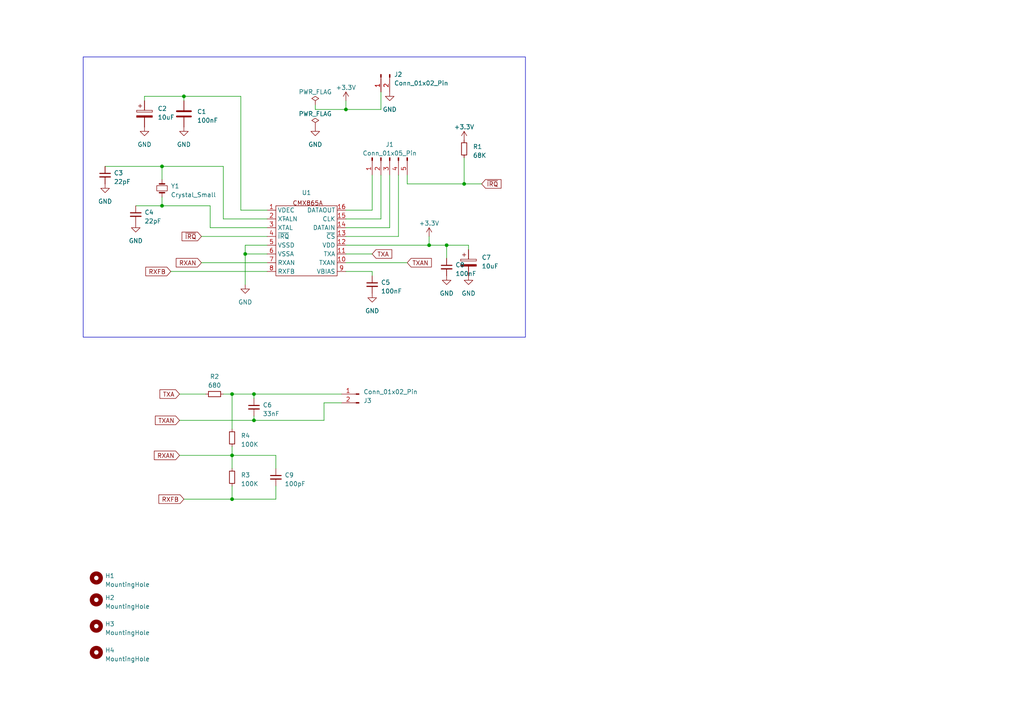
<source format=kicad_sch>
(kicad_sch (version 20230121) (generator eeschema)
  (paper "A4")
  (title_block (title "V103 Modem Board") (date "18-June-2023") (rev "V1") (company "Bruce MacKinnon"))
  (lib_symbols
    (symbol "Connector:Conn_01x02_Pin" (pin_names (offset 1.016) hide)
      (property "Reference" "J" (at 0 2.54 0))
      (property "Value" "Conn_01x02_Pin" (at 0 -5.08 0))
      (symbol "Conn_01x02_Pin_1_1"
        (polyline (pts (xy 1.27 -2.54) (xy 0.8636 -2.54)) (stroke (width 0.1524)))
        (polyline (pts (xy 1.27 0) (xy 0.8636 0)) (stroke (width 0.1524)))
        (rectangle (start 0.8636 -2.413) (end 0 -2.667) (stroke (width 0.1524)) (fill (type outline)))
        (rectangle (start 0.8636 0.127) (end 0 -0.127) (stroke (width 0.1524)) (fill (type outline)))
        (pin passive line (at 5.08 0 180) (length 3.81) (name "Pin_1") (number "1"))
        (pin passive line (at 5.08 -2.54 180) (length 3.81) (name "Pin_2") (number "2"))
      )
    )
    (symbol "Connector:Conn_01x05_Pin" (pin_names (offset 1.016) hide)
      (property "Reference" "J" (at 0 7.62 0))
      (property "Value" "Conn_01x05_Pin" (at 0 -7.62 0))
      (symbol "Conn_01x05_Pin_1_1"
        (polyline (pts (xy 1.27 -5.08) (xy 0.8636 -5.08)) (stroke (width 0.1524)))
        (polyline (pts (xy 1.27 -2.54) (xy 0.8636 -2.54)) (stroke (width 0.1524)))
        (polyline (pts (xy 1.27 0) (xy 0.8636 0)) (stroke (width 0.1524)))
        (polyline (pts (xy 1.27 2.54) (xy 0.8636 2.54)) (stroke (width 0.1524)))
        (polyline (pts (xy 1.27 5.08) (xy 0.8636 5.08)) (stroke (width 0.1524)))
        (rectangle (start 0.8636 -4.953) (end 0 -5.207) (stroke (width 0.1524)) (fill (type outline)))
        (rectangle (start 0.8636 -2.413) (end 0 -2.667) (stroke (width 0.1524)) (fill (type outline)))
        (rectangle (start 0.8636 0.127) (end 0 -0.127) (stroke (width 0.1524)) (fill (type outline)))
        (rectangle (start 0.8636 2.667) (end 0 2.413) (stroke (width 0.1524)) (fill (type outline)))
        (rectangle (start 0.8636 5.207) (end 0 4.953) (stroke (width 0.1524)) (fill (type outline)))
        (pin passive line (at 5.08 5.08 180) (length 3.81) (name "Pin_1") (number "1"))
        (pin passive line (at 5.08 2.54 180) (length 3.81) (name "Pin_2") (number "2"))
        (pin passive line (at 5.08 0 180) (length 3.81) (name "Pin_3") (number "3"))
        (pin passive line (at 5.08 -2.54 180) (length 3.81) (name "Pin_4") (number "4"))
        (pin passive line (at 5.08 -5.08 180) (length 3.81) (name "Pin_5") (number "5"))
      )
    )
    (symbol "Device:C" (pin_numbers hide) (pin_names (offset 0.254))
      (property "Reference" "C" (at 0.635 2.54 0))
      (property "Value" "C" (at 0.635 -2.54 0))
      (symbol "C_0_1"
        (polyline (pts (xy -2.032 -0.762) (xy 2.032 -0.762)) (stroke (width 0.508)))
        (polyline (pts (xy -2.032 0.762) (xy 2.032 0.762)) (stroke (width 0.508)))
      )
      (symbol "C_1_1"
        (pin passive line (at 0 3.81 270) (length 2.794) (name "~") (number "1"))
        (pin passive line (at 0 -3.81 90) (length 2.794) (name "~") (number "2"))
      )
    )
    (symbol "Device:C_Polarized" (pin_numbers hide) (pin_names (offset 0.254))
      (property "Reference" "C" (at 0.635 2.54 0))
      (property "Value" "C_Polarized" (at 0.635 -2.54 0))
      (symbol "C_Polarized_0_1"
        (rectangle (start -2.286 0.508) (end 2.286 1.016))
        (polyline (pts (xy -1.778 2.286) (xy -0.762 2.286)))
        (polyline (pts (xy -1.27 2.794) (xy -1.27 1.778)))
        (rectangle (start 2.286 -0.508) (end -2.286 -1.016) (fill (type outline)))
      )
      (symbol "C_Polarized_1_1"
        (pin passive line (at 0 3.81 270) (length 2.794) (name "~") (number "1"))
        (pin passive line (at 0 -3.81 90) (length 2.794) (name "~") (number "2"))
      )
    )
    (symbol "Device:C_Small" (pin_numbers hide) (pin_names (offset 0.254) hide)
      (property "Reference" "C" (at 0.254 1.778 0))
      (property "Value" "C_Small" (at 0.254 -2.032 0))
      (symbol "C_Small_0_1"
        (polyline (pts (xy -1.524 -0.508) (xy 1.524 -0.508)) (stroke (width 0.3302)))
        (polyline (pts (xy -1.524 0.508) (xy 1.524 0.508)) (stroke (width 0.3048)))
      )
      (symbol "C_Small_1_1"
        (pin passive line (at 0 2.54 270) (length 2.032) (name "~") (number "1"))
        (pin passive line (at 0 -2.54 90) (length 2.032) (name "~") (number "2"))
      )
    )
    (symbol "Device:Crystal_Small" (pin_numbers hide) (pin_names (offset 1.016) hide)
      (property "Reference" "Y" (at 0 2.54 0))
      (property "Value" "Crystal_Small" (at 0 -2.54 0))
      (symbol "Crystal_Small_0_1"
        (rectangle (start -0.762 -1.524) (end 0.762 1.524))
        (polyline (pts (xy -1.27 -0.762) (xy -1.27 0.762)) (stroke (width 0.381)))
        (polyline (pts (xy 1.27 -0.762) (xy 1.27 0.762)) (stroke (width 0.381)))
      )
      (symbol "Crystal_Small_1_1"
        (pin passive line (at -2.54 0 0) (length 1.27) (name "1") (number "1"))
        (pin passive line (at 2.54 0 180) (length 1.27) (name "2") (number "2"))
      )
    )
    (symbol "Device:R_Small" (pin_numbers hide) (pin_names (offset 0.254) hide)
      (property "Reference" "R" (at 0.762 0.508 0))
      (property "Value" "R_Small" (at 0.762 -1.016 0))
      (symbol "R_Small_0_1"
        (rectangle (start -0.762 1.778) (end 0.762 -1.778) (stroke (width 0.2032)))
      )
      (symbol "R_Small_1_1"
        (pin passive line (at 0 2.54 270) (length 0.762) (name "~") (number "1"))
        (pin passive line (at 0 -2.54 90) (length 0.762) (name "~") (number "2"))
      )
    )
    (symbol "Mechanical:MountingHole" (pin_names (offset 1.016))
      (property "Reference" "H" (at 0 5.08 0))
      (property "Value" "MountingHole" (at 0 3.175 0))
      (symbol "MountingHole_0_1"
        (circle (center 0 0) (radius 1.27) (stroke (width 1.27)))
      )
    )
    (symbol "kicad-symbol-library:CMX865A"
      (property "Reference" "U" (at -1.27 -11.43 0))
      (symbol "CMX865A_0_0"
        (text_box "CMX865A" (at -5.08 12.7 0) (size 7.62 -2.54) (stroke (width -0.0001)) (effects (font (size 1.27 1.27)) (justify left top)))
      )
      (symbol "CMX865A_0_1"
        (rectangle (start -8.89 10.16) (end 8.89 -10.16))
      )
      (symbol "CMX865A_1_1"
        (pin input line (at -11.43 8.89 0) (length 2.54) (name "VDEC") (number "1"))
        (pin input line (at 11.43 -6.35 180) (length 2.54) (name "TXAN") (number "10"))
        (pin input line (at 11.43 -3.81 180) (length 2.54) (name "TXA") (number "11"))
        (pin power_in line (at 11.43 -1.27 180) (length 2.54) (name "VDD") (number "12"))
        (pin input line (at 11.43 1.27 180) (length 2.54) (name "~{CS}") (number "13"))
        (pin input line (at 11.43 3.81 180) (length 2.54) (name "DATAIN") (number "14"))
        (pin input line (at 11.43 6.35 180) (length 2.54) (name "CLK") (number "15"))
        (pin output line (at 11.43 8.89 180) (length 2.54) (name "DATAOUT") (number "16"))
        (pin input line (at -11.43 6.35 0) (length 2.54) (name "XTALN") (number "2"))
        (pin input line (at -11.43 3.81 0) (length 2.54) (name "XTAL") (number "3"))
        (pin input line (at -11.43 1.27 0) (length 2.54) (name "~{IRQ}") (number "4"))
        (pin power_in line (at -11.43 -1.27 0) (length 2.54) (name "VSSD") (number "5"))
        (pin power_in line (at -11.43 -3.81 0) (length 2.54) (name "VSSA") (number "6"))
        (pin input line (at -11.43 -6.35 0) (length 2.54) (name "RXAN") (number "7"))
        (pin output line (at -11.43 -8.89 0) (length 2.54) (name "RXFB") (number "8"))
        (pin input line (at 11.43 -8.89 180) (length 2.54) (name "VBIAS") (number "9"))
      )
    )
    (symbol "power:+3.3V" (power) (pin_names (offset 0))
      (property "Value" "+3.3V" (at 0 3.556 0))
      (symbol "+3.3V_0_1"
        (polyline (pts (xy -0.762 1.27) (xy 0 2.54)))
        (polyline (pts (xy 0 0) (xy 0 2.54)))
        (polyline (pts (xy 0 2.54) (xy 0.762 1.27)))
      )
      (symbol "+3.3V_1_1"
        (pin power_in line (at 0 0 90) (length 0) hide (name "+3.3V") (number "1"))
      )
    )
    (symbol "power:GND" (power) (pin_names (offset 0))
      (property "Value" "GND" (at 0 -3.81 0))
      (symbol "GND_0_1"
        (polyline (pts (xy 0 0) (xy 0 -1.27) (xy 1.27 -1.27) (xy 0 -2.54) (xy -1.27 -1.27) (xy 0 -1.27)))
      )
      (symbol "GND_1_1"
        (pin power_in line (at 0 0 270) (length 0) hide (name "GND") (number "1"))
      )
    )
    (symbol "power:PWR_FLAG" (power) (pin_numbers hide) (pin_names (offset 0) hide)
      (property "Value" "PWR_FLAG" (at 0 3.81 0))
      (symbol "PWR_FLAG_0_0"
        (pin power_out line (at 0 0 90) (length 0) (name "pwr") (number "1"))
      )
      (symbol "PWR_FLAG_0_1"
        (polyline (pts (xy 0 0) (xy 0 1.27) (xy -1.016 1.905) (xy 0 2.54) (xy 1.016 1.905) (xy 0 1.27)))
      )
    )
  )
  (junction (at 73.66 121.92))
  (junction (at 129.54 71.12))
  (junction (at 100.33 31.75))
  (junction (at 67.31 144.78))
  (junction (at 124.46 71.12))
  (junction (at 46.99 59.69))
  (junction (at 134.62 53.34))
  (junction (at 71.12 73.66))
  (junction (at 46.99 48.26))
  (junction (at 67.31 132.08))
  (junction (at 73.66 114.3))
  (junction (at 53.34 27.94))
  (junction (at 67.31 114.3))
  (wire (pts (xy 67.31 144.78) (xy 80.01 144.78)))
  (wire (pts (xy 52.07 132.08) (xy 67.31 132.08)))
  (wire (pts (xy 52.07 114.3) (xy 59.69 114.3)))
  (wire (pts (xy 118.11 53.34) (xy 134.62 53.34)))
  (wire (pts (xy 67.31 129.54) (xy 67.31 132.08)))
  (wire (pts (xy 60.96 59.69) (xy 60.96 66.04)))
  (wire (pts (xy 91.44 30.48) (xy 91.44 31.75)))
  (wire (pts (xy 100.33 78.74) (xy 107.95 78.74)))
  (wire (pts (xy 71.12 73.66) (xy 77.47 73.66)))
  (wire (pts (xy 53.34 144.78) (xy 67.31 144.78)))
  (wire (pts (xy 53.34 27.94) (xy 53.34 29.21)))
  (wire (pts (xy 100.33 68.58) (xy 115.57 68.58)))
  (wire (pts (xy 39.37 59.69) (xy 46.99 59.69)))
  (wire (pts (xy 134.62 45.72) (xy 134.62 53.34)))
  (wire (pts (xy 100.33 76.2) (xy 118.11 76.2)))
  (wire (pts (xy 110.49 63.5) (xy 110.49 50.8)))
  (wire (pts (xy 118.11 50.8) (xy 118.11 53.34)))
  (wire (pts (xy 73.66 121.92) (xy 93.98 121.92)))
  (wire (pts (xy 67.31 144.78) (xy 67.31 140.97)))
  (wire (pts (xy 100.33 63.5) (xy 110.49 63.5)))
  (wire (pts (xy 53.34 27.94) (xy 41.91 27.94)))
  (wire (pts (xy 80.01 144.78) (xy 80.01 140.97)))
  (wire (pts (xy 46.99 59.69) (xy 60.96 59.69)))
  (wire (pts (xy 64.77 48.26) (xy 64.77 63.5)))
  (wire (pts (xy 73.66 114.3) (xy 73.66 115.57)))
  (wire (pts (xy 46.99 57.15) (xy 46.99 59.69)))
  (wire (pts (xy 129.54 71.12) (xy 129.54 74.93)))
  (wire (pts (xy 71.12 71.12) (xy 71.12 73.66)))
  (wire (pts (xy 67.31 114.3) (xy 67.31 124.46)))
  (wire (pts (xy 113.03 66.04) (xy 113.03 50.8)))
  (wire (pts (xy 30.48 48.26) (xy 46.99 48.26)))
  (wire (pts (xy 110.49 31.75) (xy 110.49 26.67)))
  (wire (pts (xy 58.42 68.58) (xy 77.47 68.58)))
  (wire (pts (xy 71.12 73.66) (xy 71.12 82.55)))
  (wire (pts (xy 64.77 63.5) (xy 77.47 63.5)))
  (wire (pts (xy 77.47 71.12) (xy 71.12 71.12)))
  (wire (pts (xy 73.66 114.3) (xy 99.06 114.3)))
  (wire (pts (xy 100.33 71.12) (xy 124.46 71.12)))
  (wire (pts (xy 93.98 116.84) (xy 99.06 116.84)))
  (wire (pts (xy 60.96 66.04) (xy 77.47 66.04)))
  (wire (pts (xy 129.54 71.12) (xy 135.89 71.12)))
  (wire (pts (xy 107.95 50.8) (xy 107.95 60.96)))
  (wire (pts (xy 64.77 114.3) (xy 67.31 114.3)))
  (wire (pts (xy 100.33 66.04) (xy 113.03 66.04)))
  (wire (pts (xy 67.31 132.08) (xy 80.01 132.08)))
  (wire (pts (xy 124.46 71.12) (xy 124.46 68.58)))
  (wire (pts (xy 100.33 60.96) (xy 107.95 60.96)))
  (wire (pts (xy 53.34 27.94) (xy 69.85 27.94)))
  (wire (pts (xy 134.62 53.34) (xy 139.7 53.34)))
  (wire (pts (xy 67.31 132.08) (xy 67.31 135.89)))
  (wire (pts (xy 100.33 31.75) (xy 110.49 31.75)))
  (wire (pts (xy 58.42 76.2) (xy 77.47 76.2)))
  (wire (pts (xy 67.31 114.3) (xy 73.66 114.3)))
  (wire (pts (xy 91.44 31.75) (xy 100.33 31.75)))
  (wire (pts (xy 41.91 27.94) (xy 41.91 29.21)))
  (wire (pts (xy 69.85 60.96) (xy 77.47 60.96)))
  (wire (pts (xy 115.57 68.58) (xy 115.57 50.8)))
  (wire (pts (xy 100.33 73.66) (xy 107.95 73.66)))
  (wire (pts (xy 52.07 121.92) (xy 73.66 121.92)))
  (wire (pts (xy 46.99 52.07) (xy 46.99 48.26)))
  (wire (pts (xy 73.66 121.92) (xy 73.66 120.65)))
  (wire (pts (xy 80.01 132.08) (xy 80.01 135.89)))
  (wire (pts (xy 46.99 48.26) (xy 64.77 48.26)))
  (wire (pts (xy 124.46 71.12) (xy 129.54 71.12)))
  (wire (pts (xy 69.85 27.94) (xy 69.85 60.96)))
  (wire (pts (xy 135.89 71.12) (xy 135.89 72.39)))
  (wire (pts (xy 100.33 29.21) (xy 100.33 31.75)))
  (wire (pts (xy 107.95 78.74) (xy 107.95 80.01)))
  (wire (pts (xy 93.98 121.92) (xy 93.98 116.84)))
  (wire (pts (xy 49.53 78.74) (xy 77.47 78.74)))
  (rectangle (start 24.13 16.51) (end 152.4 97.79))
  (global_label "RXFB" (shape input) (at 53.34 144.78 180) (property "Intersheetrefs" "${INTERSHEET_REFS}" (effects hide)))
  (global_label "TXA" (shape input) (at 107.95 73.66 0) (property "Intersheetrefs" "${INTERSHEET_REFS}" (effects hide)))
  (global_label "RXFB" (shape input) (at 49.53 78.74 180) (property "Intersheetrefs" "${INTERSHEET_REFS}" (effects hide)))
  (global_label "TXAN" (shape input) (at 118.11 76.2 0) (property "Intersheetrefs" "${INTERSHEET_REFS}" (effects hide)))
  (global_label "~{IRQ}" (shape input) (at 139.7 53.34 0) (property "Intersheetrefs" "${INTERSHEET_REFS}" (effects hide)))
  (global_label "TXAN" (shape input) (at 52.07 121.92 180) (property "Intersheetrefs" "${INTERSHEET_REFS}" (effects hide)))
  (global_label "RXAN" (shape input) (at 58.42 76.2 180) (property "Intersheetrefs" "${INTERSHEET_REFS}" (effects hide)))
  (global_label "~{IRQ}" (shape input) (at 58.42 68.58 180) (property "Intersheetrefs" "${INTERSHEET_REFS}" (effects hide)))
  (global_label "TXA" (shape input) (at 52.07 114.3 180) (property "Intersheetrefs" "${INTERSHEET_REFS}" (effects hide)))
  (global_label "RXAN" (shape input) (at 52.07 132.08 180) (property "Intersheetrefs" "${INTERSHEET_REFS}" (effects hide)))
  (symbol (lib_id "Device:R_Small") (at 67.31 138.43 0) (unit 1)
    (property "Reference" "R3" (at 69.85 137.795 0) (effects (justify left)))
    (property "Value" "100K" (at 69.85 140.335 0) (effects (justify left)))
    (property "Footprint" "Resistor_SMD:R_0805_2012Metric_Pad1.20x1.40mm_HandSolder" (effects hide))
  )
  (symbol (lib_id "Device:Crystal_Small") (at 46.99 54.61 90) (unit 1)
    (property "Reference" "Y1" (at 49.53 53.975 90) (effects (justify right)))
    (property "Value" "Crystal_Small" (at 49.53 56.515 90) (effects (justify right)))
    (property "Footprint" "Crystal:Crystal_HC49-U_Vertical" (effects hide))
  )
  (symbol (lib_id "power:GND") (at 107.95 85.09 0) (unit 1)
    (property "Reference" "#PWR06" (effects hide))
    (property "Value" "GND" (at 107.95 90.17 0))
  )
  (symbol (lib_id "Connector:Conn_01x02_Pin") (at 104.14 114.3 0) (mirror y) (unit 1)
    (property "Reference" "J3" (at 105.41 116.205 0) (effects (justify right)))
    (property "Value" "Conn_01x02_Pin" (at 105.41 113.665 0) (effects (justify right)))
    (property "Footprint" "Connector_PinHeader_2.54mm:PinHeader_1x02_P2.54mm_Vertical" (effects hide))
  )
  (symbol (lib_id "power:+3.3V") (at 100.33 29.21 0) (unit 1)
    (property "Reference" "#PWR07" (effects hide))
    (property "Value" "+3.3V" (at 100.33 25.4 0))
  )
  (symbol (lib_id "Device:C_Small") (at 129.54 77.47 0) (unit 1)
    (property "Reference" "C8" (at 132.08 76.8413 0) (effects (justify left)))
    (property "Value" "100nF" (at 132.08 79.3813 0) (effects (justify left)))
    (property "Footprint" "Capacitor_SMD:C_0805_2012Metric_Pad1.18x1.45mm_HandSolder" (effects hide))
  )
  (symbol (lib_id "Device:C_Small") (at 30.48 50.8 0) (unit 1)
    (property "Reference" "C3" (at 33.02 50.1713 0) (effects (justify left)))
    (property "Value" "22pF" (at 33.02 52.7113 0) (effects (justify left)))
    (property "Footprint" "Capacitor_SMD:C_0805_2012Metric_Pad1.18x1.45mm_HandSolder" (effects hide))
  )
  (symbol (lib_id "Device:C_Small") (at 80.01 138.43 0) (unit 1)
    (property "Reference" "C9" (at 82.55 137.8013 0) (effects (justify left)))
    (property "Value" "100pF" (at 82.55 140.3413 0) (effects (justify left)))
    (property "Footprint" "Capacitor_SMD:C_0805_2012Metric_Pad1.18x1.45mm_HandSolder" (effects hide))
  )
  (symbol (lib_id "Device:R_Small") (at 67.31 127 0) (unit 1)
    (property "Reference" "R4" (at 69.85 126.365 0) (effects (justify left)))
    (property "Value" "100K" (at 69.85 128.905 0) (effects (justify left)))
    (property "Footprint" "Resistor_SMD:R_0805_2012Metric_Pad1.20x1.40mm_HandSolder" (effects hide))
  )
  (symbol (lib_id "Mechanical:MountingHole") (at 27.94 173.99 0) (unit 1)
    (property "Reference" "H2" (at 30.48 173.355 0) (effects (justify left)))
    (property "Value" "MountingHole" (at 30.48 175.895 0) (effects (justify left)))
    (property "Footprint" "MountingHole:MountingHole_4mm" (effects hide))
  )
  (symbol (lib_id "Mechanical:MountingHole") (at 27.94 189.23 0) (unit 1)
    (property "Reference" "H4" (at 30.48 188.595 0) (effects (justify left)))
    (property "Value" "MountingHole" (at 30.48 191.135 0) (effects (justify left)))
    (property "Footprint" "MountingHole:MountingHole_4mm" (effects hide))
  )
  (symbol (lib_id "Mechanical:MountingHole") (at 27.94 181.61 0) (unit 1)
    (property "Reference" "H3" (at 30.48 180.975 0) (effects (justify left)))
    (property "Value" "MountingHole" (at 30.48 183.515 0) (effects (justify left)))
    (property "Footprint" "MountingHole:MountingHole_4mm" (effects hide))
  )
  (symbol (lib_id "Device:C_Small") (at 73.66 118.11 0) (unit 1)
    (property "Reference" "C6" (at 76.2 117.4813 0) (effects (justify left)))
    (property "Value" "33nF" (at 76.2 120.0213 0) (effects (justify left)))
    (property "Footprint" "Capacitor_SMD:C_0805_2012Metric_Pad1.18x1.45mm_HandSolder" (effects hide))
  )
  (symbol (lib_id "Connector:Conn_01x05_Pin") (at 113.03 45.72 90) (mirror x) (unit 1)
    (property "Reference" "J1" (at 113.03 41.91 90))
    (property "Value" "Conn_01x05_Pin" (at 113.03 44.45 90))
    (property "Footprint" "Connector_PinHeader_2.54mm:PinHeader_1x05_P2.54mm_Vertical" (effects hide))
  )
  (symbol (lib_id "power:PWR_FLAG") (at 91.44 36.83 0) (unit 1)
    (property "Reference" "#FLG02" (effects hide))
    (property "Value" "PWR_FLAG" (at 91.44 33.02 0))
  )
  (symbol (lib_id "power:GND") (at 113.03 26.67 0) (unit 1)
    (property "Reference" "#PWR08" (effects hide))
    (property "Value" "GND" (at 113.03 31.75 0))
  )
  (symbol (lib_id "Device:C") (at 53.34 33.02 0) (unit 1)
    (property "Reference" "C1" (at 57.15 32.385 0) (effects (justify left)))
    (property "Value" "100nF" (at 57.15 34.925 0) (effects (justify left)))
    (property "Footprint" "Capacitor_SMD:C_0805_2012Metric_Pad1.18x1.45mm_HandSolder" (effects hide))
  )
  (symbol (lib_id "Mechanical:MountingHole") (at 27.94 167.64 0) (unit 1)
    (property "Reference" "H1" (at 30.48 167.005 0) (effects (justify left)))
    (property "Value" "MountingHole" (at 30.48 169.545 0) (effects (justify left)))
    (property "Footprint" "MountingHole:MountingHole_4mm" (effects hide))
  )
  (symbol (lib_id "Device:C_Polarized") (at 135.89 76.2 0) (unit 1)
    (property "Reference" "C7" (at 139.7 74.676 0) (effects (justify left)))
    (property "Value" "10uF" (at 139.7 77.216 0) (effects (justify left)))
    (property "Footprint" "Capacitor_THT:CP_Radial_D5.0mm_P2.50mm" (effects hide))
  )
  (symbol (lib_id "power:+3.3V") (at 134.62 40.64 0) (unit 1)
    (property "Reference" "#PWR09" (effects hide))
    (property "Value" "+3.3V" (at 134.62 36.83 0))
  )
  (symbol (lib_id "power:GND") (at 39.37 64.77 0) (unit 1)
    (property "Reference" "#PWR04" (effects hide))
    (property "Value" "GND" (at 39.37 69.85 0))
  )
  (symbol (lib_id "Connector:Conn_01x02_Pin") (at 110.49 21.59 90) (mirror x) (unit 1)
    (property "Reference" "J2" (at 114.3 21.59 90) (effects (justify right)))
    (property "Value" "Conn_01x02_Pin" (at 114.3 24.13 90) (effects (justify right)))
    (property "Footprint" "Connector_PinHeader_2.54mm:PinHeader_1x02_P2.54mm_Vertical" (effects hide))
  )
  (symbol (lib_id "Device:R_Small") (at 134.62 43.18 0) (unit 1)
    (property "Reference" "R1" (at 137.16 42.545 0) (effects (justify left)))
    (property "Value" "68K" (at 137.16 45.085 0) (effects (justify left)))
    (property "Footprint" "Resistor_SMD:R_0805_2012Metric_Pad1.20x1.40mm_HandSolder" (effects hide))
  )
  (symbol (lib_id "power:GND") (at 53.34 36.83 0) (unit 1)
    (property "Reference" "#PWR02" (effects hide))
    (property "Value" "GND" (at 53.34 41.91 0))
  )
  (symbol (lib_id "Device:C_Small") (at 107.95 82.55 0) (unit 1)
    (property "Reference" "C5" (at 110.49 81.9213 0) (effects (justify left)))
    (property "Value" "100nF" (at 110.49 84.4613 0) (effects (justify left)))
    (property "Footprint" "Capacitor_SMD:C_0805_2012Metric_Pad1.18x1.45mm_HandSolder" (effects hide))
  )
  (symbol (lib_id "Device:R_Small") (at 62.23 114.3 90) (unit 1)
    (property "Reference" "R2" (at 62.23 109.22 90))
    (property "Value" "680" (at 62.23 111.76 90))
    (property "Footprint" "Resistor_SMD:R_0805_2012Metric_Pad1.20x1.40mm_HandSolder" (effects hide))
  )
  (symbol (lib_id "Device:C_Small") (at 39.37 62.23 0) (unit 1)
    (property "Reference" "C4" (at 41.91 61.6013 0) (effects (justify left)))
    (property "Value" "22pF" (at 41.91 64.1413 0) (effects (justify left)))
    (property "Footprint" "Capacitor_SMD:C_0805_2012Metric_Pad1.18x1.45mm_HandSolder" (effects hide))
  )
  (symbol (lib_id "power:+3.3V") (at 124.46 68.58 0) (unit 1)
    (property "Reference" "#PWR010" (effects hide))
    (property "Value" "+3.3V" (at 124.46 64.77 0))
  )
  (symbol (lib_id "power:GND") (at 91.44 36.83 0) (unit 1)
    (property "Reference" "#PWR011" (effects hide))
    (property "Value" "GND" (at 91.44 41.91 0))
  )
  (symbol (lib_id "power:PWR_FLAG") (at 91.44 30.48 0) (unit 1)
    (property "Reference" "#FLG01" (effects hide))
    (property "Value" "PWR_FLAG" (at 91.44 26.67 0))
  )
  (symbol (lib_id "power:GND") (at 71.12 82.55 0) (unit 1)
    (property "Reference" "#PWR05" (effects hide))
    (property "Value" "GND" (at 71.12 87.63 0))
  )
  (symbol (lib_id "power:GND") (at 41.91 36.83 0) (unit 1)
    (property "Reference" "#PWR01" (effects hide))
    (property "Value" "GND" (at 41.91 41.91 0))
  )
  (symbol (lib_id "power:GND") (at 135.89 80.01 0) (unit 1)
    (property "Reference" "#PWR013" (effects hide))
    (property "Value" "GND" (at 135.89 85.09 0))
  )
  (symbol (lib_id "power:GND") (at 30.48 53.34 0) (unit 1)
    (property "Reference" "#PWR03" (effects hide))
    (property "Value" "GND" (at 30.48 58.42 0))
  )
  (symbol (lib_id "Device:C_Polarized") (at 41.91 33.02 0) (unit 1)
    (property "Reference" "C2" (at 45.72 31.496 0) (effects (justify left)))
    (property "Value" "10uF" (at 45.72 34.036 0) (effects (justify left)))
    (property "Footprint" "Capacitor_THT:CP_Radial_D5.0mm_P2.50mm" (effects hide))
  )
  (symbol (lib_id "power:GND") (at 129.54 80.01 0) (unit 1)
    (property "Reference" "#PWR012" (effects hide))
    (property "Value" "GND" (at 129.54 85.09 0))
  )
  (symbol (lib_id "kicad-symbol-library:CMX865A") (at 88.9 69.85 0) (unit 1)
    (property "Reference" "U1" (at 88.9 55.88 0))
    (property "Value" "~" (at 82.55 63.5 0))
    (property "Footprint" "Package_SO:SOIC-16W_7.5x12.8mm_P1.27mm" (effects hide))
  )
)
</source>
